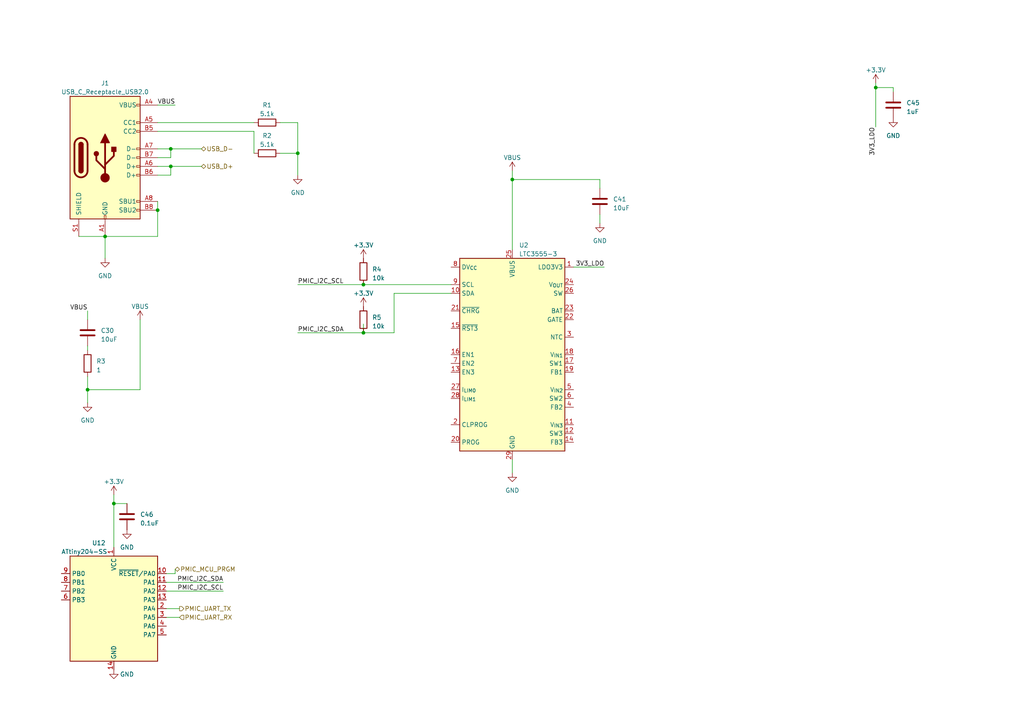
<source format=kicad_sch>
(kicad_sch (version 20230121) (generator eeschema)
  (paper "A4")
  (lib_symbols
    (symbol "Battery_Management:LTC3555-3"
      (property "Reference" "U" (at 15.24 -29.21 0))
      (property "Value" "LTC3555-3" (at 15.24 29.21 0))
      (symbol "LTC3555-3_0_1"
        (rectangle (start -15.24 27.94) (end 15.24 -27.94) (stroke (width 0.254)) (fill (type background)))
      )
      (symbol "LTC3555-3_1_1"
        (pin power_out line (at 17.78 25.4 180) (length 2.54) (name "LDO3V3") (number "1"))
        (pin bidirectional line (at -17.78 17.78 0) (length 2.54) (name "SDA") (number "10"))
        (pin power_in line (at 17.78 -20.32 180) (length 2.54) (name "V_{IN3}") (number "11"))
        (pin power_out line (at 17.78 -22.86 180) (length 2.54) (name "SW3") (number "12"))
        (pin input line (at -17.78 -5.08 0) (length 2.54) (name "EN3") (number "13"))
        (pin input line (at 17.78 -25.4 180) (length 2.54) (name "FB3") (number "14"))
        (pin open_collector line (at -17.78 7.62 0) (length 2.54) (name "~{RST3}") (number "15"))
        (pin input line (at -17.78 0 0) (length 2.54) (name "EN1") (number "16"))
        (pin power_out line (at 17.78 -2.54 180) (length 2.54) (name "SW1") (number "17"))
        (pin power_in line (at 17.78 0 180) (length 2.54) (name "V_{IN1}") (number "18"))
        (pin input line (at 17.78 -5.08 180) (length 2.54) (name "FB1") (number "19"))
        (pin passive line (at -17.78 -20.32 0) (length 2.54) (name "CLPROG") (number "2"))
        (pin passive line (at -17.78 -25.4 0) (length 2.54) (name "PROG") (number "20"))
        (pin open_collector line (at -17.78 12.7 0) (length 2.54) (name "~{CHRG}") (number "21"))
        (pin output line (at 17.78 10.16 180) (length 2.54) (name "GATE") (number "22"))
        (pin power_out line (at 17.78 12.7 180) (length 2.54) (name "BAT") (number "23"))
        (pin power_out line (at 17.78 20.32 180) (length 2.54) (name "V_{OUT}") (number "24"))
        (pin power_in line (at 0 30.48 270) (length 2.54) (name "VBUS") (number "25"))
        (pin power_out line (at 17.78 17.78 180) (length 2.54) (name "SW") (number "26"))
        (pin input line (at -17.78 -10.16 0) (length 2.54) (name "I_{LIM0}") (number "27"))
        (pin input line (at -17.78 -12.7 0) (length 2.54) (name "I_{LIM1}") (number "28"))
        (pin power_in line (at 0 -30.48 90) (length 2.54) (name "GND") (number "29"))
        (pin passive line (at 17.78 5.08 180) (length 2.54) (name "NTC") (number "3"))
        (pin input line (at 17.78 -15.24 180) (length 2.54) (name "FB2") (number "4"))
        (pin power_in line (at 17.78 -10.16 180) (length 2.54) (name "V_{IN2}") (number "5"))
        (pin power_out line (at 17.78 -12.7 180) (length 2.54) (name "SW2") (number "6"))
        (pin input line (at -17.78 -2.54 0) (length 2.54) (name "EN2") (number "7"))
        (pin power_in line (at -17.78 25.4 0) (length 2.54) (name "DV_{CC}") (number "8"))
        (pin input line (at -17.78 20.32 0) (length 2.54) (name "SCL") (number "9"))
      )
    )
    (symbol "Connector:USB_C_Receptacle_USB2.0" (pin_names (offset 1.016))
      (property "Reference" "J" (at -10.16 19.05 0))
      (property "Value" "USB_C_Receptacle_USB2.0" (at 19.05 19.05 0))
      (symbol "USB_C_Receptacle_USB2.0_0_0"
        (rectangle (start -0.254 -17.78) (end 0.254 -16.764))
        (rectangle (start 10.16 -14.986) (end 9.144 -15.494))
        (rectangle (start 10.16 -12.446) (end 9.144 -12.954))
        (rectangle (start 10.16 -4.826) (end 9.144 -5.334))
        (rectangle (start 10.16 -2.286) (end 9.144 -2.794))
        (rectangle (start 10.16 0.254) (end 9.144 -0.254))
        (rectangle (start 10.16 2.794) (end 9.144 2.286))
        (rectangle (start 10.16 7.874) (end 9.144 7.366))
        (rectangle (start 10.16 10.414) (end 9.144 9.906))
        (rectangle (start 10.16 15.494) (end 9.144 14.986))
      )
      (symbol "USB_C_Receptacle_USB2.0_0_1"
        (rectangle (start -10.16 17.78) (end 10.16 -17.78) (stroke (width 0.254)) (fill (type background)))
        (arc (start -8.89 -3.81) (mid -6.985 -5.7067) (end -5.08 -3.81) (stroke (width 0.508)))
        (arc (start -7.62 -3.81) (mid -6.985 -4.4423) (end -6.35 -3.81) (stroke (width 0.254)))
        (arc (start -7.62 -3.81) (mid -6.985 -4.4423) (end -6.35 -3.81) (stroke (width 0.254)) (fill (type outline)))
        (rectangle (start -7.62 -3.81) (end -6.35 3.81) (stroke (width 0.254)) (fill (type outline)))
        (arc (start -6.35 3.81) (mid -6.985 4.4423) (end -7.62 3.81) (stroke (width 0.254)))
        (arc (start -6.35 3.81) (mid -6.985 4.4423) (end -7.62 3.81) (stroke (width 0.254)) (fill (type outline)))
        (arc (start -5.08 3.81) (mid -6.985 5.7067) (end -8.89 3.81) (stroke (width 0.508)))
        (circle (center -2.54 1.143) (radius 0.635) (stroke (width 0.254)) (fill (type outline)))
        (circle (center 0 -5.842) (radius 1.27) (fill (type outline)))
        (polyline (pts (xy -8.89 -3.81) (xy -8.89 3.81)) (stroke (width 0.508)))
        (polyline (pts (xy -5.08 3.81) (xy -5.08 -3.81)) (stroke (width 0.508)))
        (polyline (pts (xy 0 -5.842) (xy 0 4.318)) (stroke (width 0.508)))
        (polyline (pts (xy 0 -3.302) (xy -2.54 -0.762) (xy -2.54 0.508)) (stroke (width 0.508)))
        (polyline (pts (xy 0 -2.032) (xy 2.54 0.508) (xy 2.54 1.778)) (stroke (width 0.508)))
        (polyline (pts (xy -1.27 4.318) (xy 0 6.858) (xy 1.27 4.318) (xy -1.27 4.318)) (stroke (width 0.254)) (fill (type outline)))
        (rectangle (start 1.905 1.778) (end 3.175 3.048) (stroke (width 0.254)) (fill (type outline)))
      )
      (symbol "USB_C_Receptacle_USB2.0_1_1"
        (pin passive line (at 0 -22.86 90) (length 5.08) (name "GND") (number "A1"))
        (pin passive line (at 0 -22.86 90) (length 5.08) hide (name "GND") (number "A12"))
        (pin passive line (at 15.24 15.24 180) (length 5.08) (name "VBUS") (number "A4"))
        (pin bidirectional line (at 15.24 10.16 180) (length 5.08) (name "CC1") (number "A5"))
        (pin bidirectional line (at 15.24 -2.54 180) (length 5.08) (name "D+") (number "A6"))
        (pin bidirectional line (at 15.24 2.54 180) (length 5.08) (name "D-") (number "A7"))
        (pin bidirectional line (at 15.24 -12.7 180) (length 5.08) (name "SBU1") (number "A8"))
        (pin passive line (at 15.24 15.24 180) (length 5.08) hide (name "VBUS") (number "A9"))
        (pin passive line (at 0 -22.86 90) (length 5.08) hide (name "GND") (number "B1"))
        (pin passive line (at 0 -22.86 90) (length 5.08) hide (name "GND") (number "B12"))
        (pin passive line (at 15.24 15.24 180) (length 5.08) hide (name "VBUS") (number "B4"))
        (pin bidirectional line (at 15.24 7.62 180) (length 5.08) (name "CC2") (number "B5"))
        (pin bidirectional line (at 15.24 -5.08 180) (length 5.08) (name "D+") (number "B6"))
        (pin bidirectional line (at 15.24 0 180) (length 5.08) (name "D-") (number "B7"))
        (pin bidirectional line (at 15.24 -15.24 180) (length 5.08) (name "SBU2") (number "B8"))
        (pin passive line (at 15.24 15.24 180) (length 5.08) hide (name "VBUS") (number "B9"))
        (pin passive line (at -7.62 -22.86 90) (length 5.08) (name "SHIELD") (number "S1"))
      )
    )
    (symbol "Device:C" (pin_numbers hide) (pin_names (offset 0.254))
      (property "Reference" "C" (at 0.635 2.54 0))
      (property "Value" "C" (at 0.635 -2.54 0))
      (symbol "C_0_1"
        (polyline (pts (xy -2.032 -0.762) (xy 2.032 -0.762)) (stroke (width 0.508)))
        (polyline (pts (xy -2.032 0.762) (xy 2.032 0.762)) (stroke (width 0.508)))
      )
      (symbol "C_1_1"
        (pin passive line (at 0 3.81 270) (length 2.794) (name "~") (number "1"))
        (pin passive line (at 0 -3.81 90) (length 2.794) (name "~") (number "2"))
      )
    )
    (symbol "Device:R" (pin_numbers hide) (pin_names (offset 0))
      (property "Reference" "R" (at 2.032 0 90))
      (property "Value" "R" (at 0 0 90))
      (symbol "R_0_1"
        (rectangle (start -1.016 -2.54) (end 1.016 2.54) (stroke (width 0.254)))
      )
      (symbol "R_1_1"
        (pin passive line (at 0 3.81 270) (length 1.27) (name "~") (number "1"))
        (pin passive line (at 0 -3.81 90) (length 1.27) (name "~") (number "2"))
      )
    )
    (symbol "MCU_Microchip_ATtiny:ATtiny204-SS"
      (property "Reference" "U" (at -12.7 16.51 0))
      (property "Value" "ATtiny204-SS" (at 2.54 -16.51 0))
      (symbol "ATtiny204-SS_0_1"
        (rectangle (start -12.7 -15.24) (end 12.7 15.24) (stroke (width 0.254)) (fill (type background)))
      )
      (symbol "ATtiny204-SS_1_1"
        (pin power_in line (at 0 17.78 270) (length 2.54) (name "VCC") (number "1"))
        (pin bidirectional line (at 15.24 10.16 180) (length 2.54) (name "~{RESET}/PA0") (number "10"))
        (pin bidirectional line (at 15.24 7.62 180) (length 2.54) (name "PA1") (number "11"))
        (pin bidirectional line (at 15.24 5.08 180) (length 2.54) (name "PA2") (number "12"))
        (pin bidirectional line (at 15.24 2.54 180) (length 2.54) (name "PA3") (number "13"))
        (pin power_in line (at 0 -17.78 90) (length 2.54) (name "GND") (number "14"))
        (pin bidirectional line (at 15.24 0 180) (length 2.54) (name "PA4") (number "2"))
        (pin bidirectional line (at 15.24 -2.54 180) (length 2.54) (name "PA5") (number "3"))
        (pin bidirectional line (at 15.24 -5.08 180) (length 2.54) (name "PA6") (number "4"))
        (pin bidirectional line (at 15.24 -7.62 180) (length 2.54) (name "PA7") (number "5"))
        (pin bidirectional line (at -15.24 2.54 0) (length 2.54) (name "PB3") (number "6"))
        (pin bidirectional line (at -15.24 5.08 0) (length 2.54) (name "PB2") (number "7"))
        (pin bidirectional line (at -15.24 7.62 0) (length 2.54) (name "PB1") (number "8"))
        (pin bidirectional line (at -15.24 10.16 0) (length 2.54) (name "PB0") (number "9"))
      )
    )
    (symbol "power:+3.3V" (power) (pin_names (offset 0))
      (property "Value" "+3.3V" (at 0 3.556 0))
      (symbol "+3.3V_0_1"
        (polyline (pts (xy -0.762 1.27) (xy 0 2.54)))
        (polyline (pts (xy 0 0) (xy 0 2.54)))
        (polyline (pts (xy 0 2.54) (xy 0.762 1.27)))
      )
      (symbol "+3.3V_1_1"
        (pin power_in line (at 0 0 90) (length 0) hide (name "+3.3V") (number "1"))
      )
    )
    (symbol "power:GND" (power) (pin_names (offset 0))
      (property "Value" "GND" (at 0 -3.81 0))
      (symbol "GND_0_1"
        (polyline (pts (xy 0 0) (xy 0 -1.27) (xy 1.27 -1.27) (xy 0 -2.54) (xy -1.27 -1.27) (xy 0 -1.27)))
      )
      (symbol "GND_1_1"
        (pin power_in line (at 0 0 270) (length 0) hide (name "GND") (number "1"))
      )
    )
    (symbol "power:VBUS" (power) (pin_names (offset 0))
      (property "Value" "VBUS" (at 0 3.81 0))
      (symbol "VBUS_0_1"
        (polyline (pts (xy -0.762 1.27) (xy 0 2.54)))
        (polyline (pts (xy 0 0) (xy 0 2.54)))
        (polyline (pts (xy 0 2.54) (xy 0.762 1.27)))
      )
      (symbol "VBUS_1_1"
        (pin power_in line (at 0 0 90) (length 0) hide (name "VBUS") (number "1"))
      )
    )
  )
  (junction (at 49.53 43.18))
  (junction (at 33.02 146.05))
  (junction (at 105.41 82.55))
  (junction (at 49.53 48.26))
  (junction (at 105.41 96.52))
  (junction (at 30.48 68.58))
  (junction (at 148.59 52.07))
  (junction (at 25.4 113.03))
  (junction (at 254 25.4))
  (junction (at 45.72 60.96))
  (junction (at 86.36 44.45))
  (wire (pts (xy 25.4 90.17) (xy 25.4 92.71)))
  (wire (pts (xy 25.4 109.22) (xy 25.4 113.03)))
  (wire (pts (xy 166.37 77.47) (xy 175.26 77.47)))
  (wire (pts (xy 86.36 35.56) (xy 86.36 44.45)))
  (wire (pts (xy 259.08 25.4) (xy 254 25.4)))
  (wire (pts (xy 48.26 176.53) (xy 52.07 176.53)))
  (wire (pts (xy 173.99 62.23) (xy 173.99 64.77)))
  (wire (pts (xy 64.77 168.91) (xy 48.26 168.91)))
  (wire (pts (xy 148.59 133.35) (xy 148.59 137.16)))
  (wire (pts (xy 45.72 58.42) (xy 45.72 60.96)))
  (wire (pts (xy 254 24.13) (xy 254 25.4)))
  (wire (pts (xy 50.8 165.1) (xy 50.8 166.37)))
  (wire (pts (xy 81.28 44.45) (xy 86.36 44.45)))
  (wire (pts (xy 148.59 49.53) (xy 148.59 52.07)))
  (wire (pts (xy 50.8 166.37) (xy 48.26 166.37)))
  (wire (pts (xy 86.36 96.52) (xy 105.41 96.52)))
  (wire (pts (xy 64.77 171.45) (xy 48.26 171.45)))
  (wire (pts (xy 173.99 52.07) (xy 173.99 54.61)))
  (wire (pts (xy 45.72 45.72) (xy 49.53 45.72)))
  (wire (pts (xy 33.02 146.05) (xy 33.02 158.75)))
  (wire (pts (xy 73.66 38.1) (xy 73.66 44.45)))
  (wire (pts (xy 114.3 96.52) (xy 114.3 85.09)))
  (wire (pts (xy 48.26 179.07) (xy 52.07 179.07)))
  (wire (pts (xy 45.72 68.58) (xy 30.48 68.58)))
  (wire (pts (xy 25.4 113.03) (xy 40.64 113.03)))
  (wire (pts (xy 45.72 35.56) (xy 73.66 35.56)))
  (wire (pts (xy 45.72 30.48) (xy 50.8 30.48)))
  (wire (pts (xy 33.02 146.05) (xy 36.83 146.05)))
  (wire (pts (xy 25.4 113.03) (xy 25.4 116.84)))
  (wire (pts (xy 105.41 96.52) (xy 105.41 93.98)))
  (wire (pts (xy 148.59 52.07) (xy 173.99 52.07)))
  (wire (pts (xy 33.02 143.51) (xy 33.02 146.05)))
  (wire (pts (xy 49.53 43.18) (xy 58.42 43.18)))
  (wire (pts (xy 30.48 68.58) (xy 30.48 74.93)))
  (wire (pts (xy 254 25.4) (xy 254 36.83)))
  (wire (pts (xy 86.36 44.45) (xy 86.36 50.8)))
  (wire (pts (xy 148.59 52.07) (xy 148.59 72.39)))
  (wire (pts (xy 45.72 48.26) (xy 49.53 48.26)))
  (wire (pts (xy 45.72 60.96) (xy 45.72 68.58)))
  (wire (pts (xy 49.53 45.72) (xy 49.53 43.18)))
  (wire (pts (xy 30.48 68.58) (xy 22.86 68.58)))
  (wire (pts (xy 45.72 50.8) (xy 49.53 50.8)))
  (wire (pts (xy 40.64 92.71) (xy 40.64 113.03)))
  (wire (pts (xy 49.53 50.8) (xy 49.53 48.26)))
  (wire (pts (xy 259.08 26.67) (xy 259.08 25.4)))
  (wire (pts (xy 81.28 35.56) (xy 86.36 35.56)))
  (wire (pts (xy 25.4 100.33) (xy 25.4 101.6)))
  (wire (pts (xy 114.3 85.09) (xy 130.81 85.09)))
  (wire (pts (xy 45.72 38.1) (xy 73.66 38.1)))
  (wire (pts (xy 86.36 82.55) (xy 105.41 82.55)))
  (wire (pts (xy 45.72 43.18) (xy 49.53 43.18)))
  (wire (pts (xy 105.41 82.55) (xy 130.81 82.55)))
  (wire (pts (xy 49.53 48.26) (xy 58.42 48.26)))
  (wire (pts (xy 105.41 96.52) (xy 114.3 96.52)))
  (label "PMIC_I2C_SCL" (at 64.77 171.45 180))
  (label "VBUS" (at 50.8 30.48 180))
  (label "3V3_LDO" (at 175.26 77.47 180))
  (label "PMIC_I2C_SDA" (at 64.77 168.91 180))
  (label "PMIC_I2C_SDA" (at 86.36 96.52 0))
  (label "3V3_LDO" (at 254 36.83 270))
  (label "PMIC_I2C_SCL" (at 86.36 82.55 0))
  (label "VBUS" (at 25.4 90.17 180))
  (hierarchical_label "PMIC_UART_RX" (shape input) (at 52.07 179.07 0))
  (hierarchical_label "USB_D-" (shape bidirectional) (at 58.42 43.18 0))
  (hierarchical_label "PMIC_MCU_PRGM" (shape bidirectional) (at 50.8 165.1 0))
  (hierarchical_label "USB_D+" (shape bidirectional) (at 58.42 48.26 0))
  (hierarchical_label "PMIC_UART_TX" (shape output) (at 52.07 176.53 0))
  (symbol (lib_id "power:GND") (at 33.02 194.31 0) (unit 1)
    (property "Reference" "#PWR065" (effects hide))
    (property "Value" "GND" (at 36.83 195.58 0))
  )
  (symbol (lib_id "power:+3.3V") (at 105.41 88.9 0) (unit 1)
    (property "Reference" "#PWR067" (effects hide))
    (property "Value" "+3.3VLDO" (at 105.41 85.09 0))
  )
  (symbol (lib_id "power:+3.3V") (at 33.02 143.51 0) (unit 1)
    (property "Reference" "#PWR063" (effects hide))
    (property "Value" "+3.3VLDO" (at 33.02 139.7 0))
  )
  (symbol (lib_id "power:GND") (at 148.59 137.16 0) (unit 1)
    (property "Reference" "#PWR060" (effects hide))
    (property "Value" "GND" (at 148.59 142.24 0))
  )
  (symbol (lib_id "power:+3.3V") (at 254 24.13 0) (unit 1)
    (property "Reference" "#PWR061" (effects hide))
    (property "Value" "+3.3VLDO" (at 254 20.32 0))
  )
  (symbol (lib_id "Device:C") (at 25.4 96.52 0) (unit 1)
    (property "Reference" "C30" (at 29.21 95.885 0) (effects (justify left)))
    (property "Value" "10uF" (at 29.21 98.425 0) (effects (justify left)))
  )
  (symbol (lib_id "power:GND") (at 36.83 153.67 0) (unit 1)
    (property "Reference" "#PWR064" (effects hide))
    (property "Value" "GND" (at 36.83 158.75 0))
  )
  (symbol (lib_id "power:GND") (at 173.99 64.77 0) (unit 1)
    (property "Reference" "#PWR059" (effects hide))
    (property "Value" "GND" (at 173.99 69.85 0))
  )
  (symbol (lib_id "power:GND") (at 25.4 116.84 0) (unit 1)
    (property "Reference" "#PWR02" (effects hide))
    (property "Value" "GND" (at 25.4 121.92 0))
  )
  (symbol (lib_id "Device:R") (at 77.47 35.56 90) (unit 1)
    (property "Reference" "R1" (at 77.47 30.48 90))
    (property "Value" "5.1k" (at 77.47 33.02 90))
  )
  (symbol (lib_id "Device:C") (at 173.99 58.42 0) (unit 1)
    (property "Reference" "C41" (at 177.8 57.785 0) (effects (justify left)))
    (property "Value" "10uF" (at 177.8 60.325 0) (effects (justify left)))
  )
  (symbol (lib_id "Device:C") (at 259.08 30.48 0) (unit 1)
    (property "Reference" "C45" (at 262.89 29.845 0) (effects (justify left)))
    (property "Value" "1uF" (at 262.89 32.385 0) (effects (justify left)))
  )
  (symbol (lib_id "Device:R") (at 25.4 105.41 0) (unit 1)
    (property "Reference" "R3" (at 27.94 104.775 0) (effects (justify left)))
    (property "Value" "1" (at 27.94 107.315 0) (effects (justify left)))
  )
  (symbol (lib_id "Device:R") (at 77.47 44.45 90) (unit 1)
    (property "Reference" "R2" (at 77.47 39.37 90))
    (property "Value" "5.1k" (at 77.47 41.91 90))
  )
  (symbol (lib_id "Connector:USB_C_Receptacle_USB2.0") (at 30.48 45.72 0) (unit 1)
    (property "Reference" "J1" (at 30.48 24.13 0))
    (property "Value" "USB_C_Receptacle_USB2.0" (at 30.48 26.67 0))
    (property "Datasheet" "https://www.usb.org/sites/default/files/documents/usb_type-c.zip" (effects hide))
  )
  (symbol (lib_id "power:GND") (at 86.36 50.8 0) (unit 1)
    (property "Reference" "#PWR03" (effects hide))
    (property "Value" "GND" (at 86.36 55.88 0))
  )
  (symbol (lib_id "Device:R") (at 105.41 78.74 0) (unit 1)
    (property "Reference" "R4" (at 107.95 78.105 0) (effects (justify left)))
    (property "Value" "10k" (at 107.95 80.645 0) (effects (justify left)))
  )
  (symbol (lib_id "power:VBUS") (at 40.64 92.71 0) (unit 1)
    (property "Reference" "#PWR038" (effects hide))
    (property "Value" "VBUS" (at 40.64 88.9 0))
  )
  (symbol (lib_id "Device:R") (at 105.41 92.71 0) (unit 1)
    (property "Reference" "R5" (at 107.95 92.075 0) (effects (justify left)))
    (property "Value" "10k" (at 107.95 94.615 0) (effects (justify left)))
  )
  (symbol (lib_id "Device:C") (at 36.83 149.86 0) (unit 1)
    (property "Reference" "C46" (at 40.64 149.225 0) (effects (justify left)))
    (property "Value" "0.1uF" (at 40.64 151.765 0) (effects (justify left)))
  )
  (symbol (lib_id "power:GND") (at 259.08 34.29 0) (unit 1)
    (property "Reference" "#PWR062" (effects hide))
    (property "Value" "GND" (at 259.08 39.37 0))
  )
  (symbol (lib_id "MCU_Microchip_ATtiny:ATtiny204-SS") (at 33.02 176.53 0) (unit 1)
    (property "Reference" "U12" (at 26.67 157.48 0) (effects (justify left)))
    (property "Value" "ATtiny204-SS" (at 17.78 160.02 0) (effects (justify left)))
    (property "Footprint" "Package_SO:SOIC-8_3.9x4.9mm_P1.27mm" (effects hide))
    (property "Datasheet" "http://ww1.microchip.com/downloads/en/DeviceDoc/50002687A.pdf" (effects hide))
  )
  (symbol (lib_id "power:GND") (at 30.48 74.93 0) (unit 1)
    (property "Reference" "#PWR01" (effects hide))
    (property "Value" "GND" (at 30.48 80.01 0))
  )
  (symbol (lib_id "power:+3.3V") (at 105.41 74.93 0) (unit 1)
    (property "Reference" "#PWR066" (effects hide))
    (property "Value" "+3.3VLDO" (at 105.41 71.12 0))
  )
  (symbol (lib_id "Battery_Management:LTC3555-3") (at 148.59 102.87 0) (unit 1)
    (property "Reference" "U2" (at 150.5459 71.12 0) (effects (justify left)))
    (property "Value" "LTC3555-3" (at 150.5459 73.66 0) (effects (justify left)))
    (property "Footprint" "Package_DFN_QFN:QFN-28-1EP_4x5mm_P0.5mm_EP2.65x3.65mm" (effects hide))
    (property "Datasheet" "https://www.analog.com/media/en/technical-documentation/data-sheets/3555fe.pdf" (effects hide))
  )
  (symbol (lib_id "power:VBUS") (at 148.59 49.53 0) (unit 1)
    (property "Reference" "#PWR058" (effects hide))
    (property "Value" "VBUS" (at 148.59 45.72 0))
  )
)
</source>
